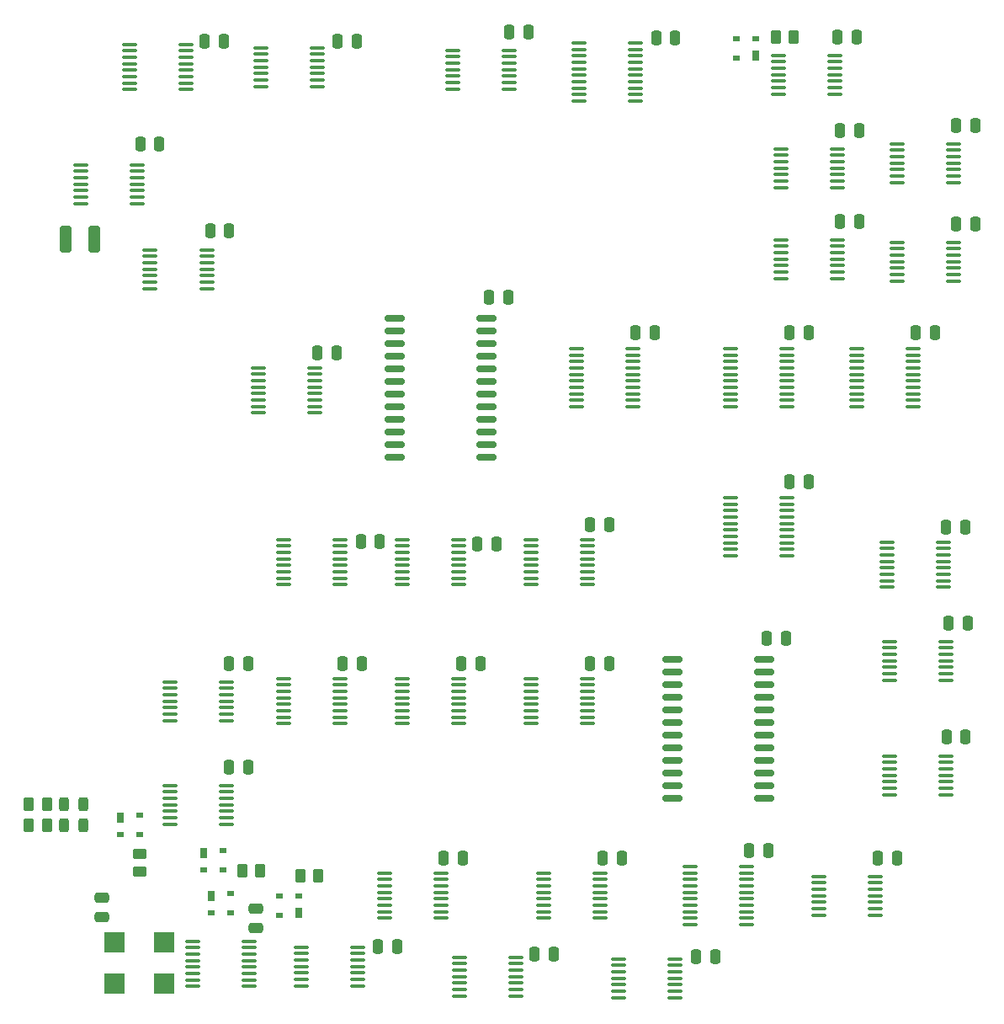
<source format=gbr>
%TF.GenerationSoftware,KiCad,Pcbnew,7.0.8*%
%TF.CreationDate,2023-11-02T18:43:55+01:00*%
%TF.ProjectId,eth,6574682e-6b69-4636-9164-5f7063625858,1*%
%TF.SameCoordinates,PX5f5e100PY7bfa480*%
%TF.FileFunction,Paste,Top*%
%TF.FilePolarity,Positive*%
%FSLAX46Y46*%
G04 Gerber Fmt 4.6, Leading zero omitted, Abs format (unit mm)*
G04 Created by KiCad (PCBNEW 7.0.8) date 2023-11-02 18:43:55*
%MOMM*%
%LPD*%
G01*
G04 APERTURE LIST*
G04 Aperture macros list*
%AMRoundRect*
0 Rectangle with rounded corners*
0 $1 Rounding radius*
0 $2 $3 $4 $5 $6 $7 $8 $9 X,Y pos of 4 corners*
0 Add a 4 corners polygon primitive as box body*
4,1,4,$2,$3,$4,$5,$6,$7,$8,$9,$2,$3,0*
0 Add four circle primitives for the rounded corners*
1,1,$1+$1,$2,$3*
1,1,$1+$1,$4,$5*
1,1,$1+$1,$6,$7*
1,1,$1+$1,$8,$9*
0 Add four rect primitives between the rounded corners*
20,1,$1+$1,$2,$3,$4,$5,0*
20,1,$1+$1,$4,$5,$6,$7,0*
20,1,$1+$1,$6,$7,$8,$9,0*
20,1,$1+$1,$8,$9,$2,$3,0*%
G04 Aperture macros list end*
%ADD10RoundRect,0.100000X-0.637500X-0.100000X0.637500X-0.100000X0.637500X0.100000X-0.637500X0.100000X0*%
%ADD11R,0.700000X1.000000*%
%ADD12R,0.700000X0.600000*%
%ADD13RoundRect,0.250000X-0.250000X-0.475000X0.250000X-0.475000X0.250000X0.475000X-0.250000X0.475000X0*%
%ADD14RoundRect,0.250000X-0.262500X-0.450000X0.262500X-0.450000X0.262500X0.450000X-0.262500X0.450000X0*%
%ADD15RoundRect,0.250000X0.450000X-0.262500X0.450000X0.262500X-0.450000X0.262500X-0.450000X-0.262500X0*%
%ADD16RoundRect,0.250000X0.325000X1.100000X-0.325000X1.100000X-0.325000X-1.100000X0.325000X-1.100000X0*%
%ADD17RoundRect,0.250000X0.475000X-0.250000X0.475000X0.250000X-0.475000X0.250000X-0.475000X-0.250000X0*%
%ADD18RoundRect,0.150000X-0.875000X-0.150000X0.875000X-0.150000X0.875000X0.150000X-0.875000X0.150000X0*%
%ADD19RoundRect,0.250000X0.262500X0.450000X-0.262500X0.450000X-0.262500X-0.450000X0.262500X-0.450000X0*%
%ADD20R,2.000000X2.000000*%
%ADD21RoundRect,0.243750X0.243750X0.456250X-0.243750X0.456250X-0.243750X-0.456250X0.243750X-0.456250X0*%
G04 APERTURE END LIST*
D10*
%TO.C,U12*%
X20073500Y7307000D03*
X20073500Y6657000D03*
X20073500Y6007000D03*
X20073500Y5357000D03*
X20073500Y4707000D03*
X20073500Y4057000D03*
X20073500Y3407000D03*
X20073500Y2757000D03*
X25798500Y2757000D03*
X25798500Y3407000D03*
X25798500Y4057000D03*
X25798500Y4707000D03*
X25798500Y5357000D03*
X25798500Y6007000D03*
X25798500Y6657000D03*
X25798500Y7307000D03*
%TD*%
D11*
%TO.C,D4*%
X21936000Y11878000D03*
D12*
X21936000Y10178000D03*
X23936000Y10178000D03*
X23936000Y12078000D03*
%TD*%
D11*
%TO.C,D3*%
X30794000Y10124000D03*
D12*
X30794000Y11824000D03*
X28794000Y11824000D03*
X28794000Y9924000D03*
%TD*%
D10*
%TO.C,U8*%
X46929000Y5712000D03*
X46929000Y5062000D03*
X46929000Y4412000D03*
X46929000Y3762000D03*
X46929000Y3112000D03*
X46929000Y2462000D03*
X46929000Y1812000D03*
X52654000Y1812000D03*
X52654000Y2462000D03*
X52654000Y3112000D03*
X52654000Y3762000D03*
X52654000Y4412000D03*
X52654000Y5062000D03*
X52654000Y5712000D03*
%TD*%
%TO.C,U3*%
X36720500Y6728000D03*
X36720500Y6078000D03*
X36720500Y5428000D03*
X36720500Y4778000D03*
X36720500Y4128000D03*
X36720500Y3478000D03*
X36720500Y2828000D03*
X30995500Y2828000D03*
X30995500Y3478000D03*
X30995500Y4128000D03*
X30995500Y4778000D03*
X30995500Y5428000D03*
X30995500Y6078000D03*
X30995500Y6728000D03*
%TD*%
%TO.C,U15*%
X29217500Y33723000D03*
X29217500Y33073000D03*
X29217500Y32423000D03*
X29217500Y31773000D03*
X29217500Y31123000D03*
X29217500Y30473000D03*
X29217500Y29823000D03*
X29217500Y29173000D03*
X34942500Y29173000D03*
X34942500Y29823000D03*
X34942500Y30473000D03*
X34942500Y31123000D03*
X34942500Y31773000D03*
X34942500Y32423000D03*
X34942500Y33073000D03*
X34942500Y33723000D03*
%TD*%
%TO.C,U29*%
X26931500Y97152000D03*
X26931500Y96502000D03*
X26931500Y95852000D03*
X26931500Y95202000D03*
X26931500Y94552000D03*
X26931500Y93902000D03*
X26931500Y93252000D03*
X32656500Y93252000D03*
X32656500Y93902000D03*
X32656500Y94552000D03*
X32656500Y95202000D03*
X32656500Y95852000D03*
X32656500Y96502000D03*
X32656500Y97152000D03*
%TD*%
D13*
%TO.C,C26*%
X95900000Y48974000D03*
X97800000Y48974000D03*
%TD*%
D14*
%TO.C,R3*%
X30913500Y13922000D03*
X32738500Y13922000D03*
%TD*%
D15*
%TO.C,R1*%
X14808000Y14279500D03*
X14808000Y16104500D03*
%TD*%
D13*
%TO.C,C8*%
X96916000Y89360000D03*
X98816000Y89360000D03*
%TD*%
%TO.C,C23*%
X47132000Y35258000D03*
X49032000Y35258000D03*
%TD*%
%TO.C,C2*%
X21325600Y97792800D03*
X23225600Y97792800D03*
%TD*%
D10*
%TO.C,U13*%
X29217500Y47693000D03*
X29217500Y47043000D03*
X29217500Y46393000D03*
X29217500Y45743000D03*
X29217500Y45093000D03*
X29217500Y44443000D03*
X29217500Y43793000D03*
X29217500Y43143000D03*
X34942500Y43143000D03*
X34942500Y43793000D03*
X34942500Y44443000D03*
X34942500Y45093000D03*
X34942500Y45743000D03*
X34942500Y46393000D03*
X34942500Y47043000D03*
X34942500Y47693000D03*
%TD*%
D16*
%TO.C,C1*%
X10237800Y77879200D03*
X7287800Y77879200D03*
%TD*%
D10*
%TO.C,U30*%
X13723500Y97477000D03*
X13723500Y96827000D03*
X13723500Y96177000D03*
X13723500Y95527000D03*
X13723500Y94877000D03*
X13723500Y94227000D03*
X13723500Y93577000D03*
X13723500Y92927000D03*
X19448500Y92927000D03*
X19448500Y93577000D03*
X19448500Y94227000D03*
X19448500Y94877000D03*
X19448500Y95527000D03*
X19448500Y96177000D03*
X19448500Y96827000D03*
X19448500Y97477000D03*
%TD*%
D13*
%TO.C,C5*%
X66740800Y98148400D03*
X68640800Y98148400D03*
%TD*%
D10*
%TO.C,U21*%
X58935500Y97619000D03*
X58935500Y96969000D03*
X58935500Y96319000D03*
X58935500Y95669000D03*
X58935500Y95019000D03*
X58935500Y94369000D03*
X58935500Y93719000D03*
X58935500Y93069000D03*
X58935500Y92419000D03*
X58935500Y91769000D03*
X64660500Y91769000D03*
X64660500Y92419000D03*
X64660500Y93069000D03*
X64660500Y93719000D03*
X64660500Y94369000D03*
X64660500Y95019000D03*
X64660500Y95669000D03*
X64660500Y96319000D03*
X64660500Y96969000D03*
X64660500Y97619000D03*
%TD*%
D13*
%TO.C,C17*%
X80152000Y53546000D03*
X82052000Y53546000D03*
%TD*%
%TO.C,C16*%
X92852000Y68532000D03*
X94752000Y68532000D03*
%TD*%
%TO.C,C35*%
X38750000Y6810000D03*
X40650000Y6810000D03*
%TD*%
%TO.C,C18*%
X60086000Y49228000D03*
X61986000Y49228000D03*
%TD*%
D10*
%TO.C,U18*%
X54109500Y47693000D03*
X54109500Y47043000D03*
X54109500Y46393000D03*
X54109500Y45743000D03*
X54109500Y45093000D03*
X54109500Y44443000D03*
X54109500Y43793000D03*
X54109500Y43143000D03*
X59834500Y43143000D03*
X59834500Y43793000D03*
X59834500Y44443000D03*
X59834500Y45093000D03*
X59834500Y45743000D03*
X59834500Y46393000D03*
X59834500Y47043000D03*
X59834500Y47693000D03*
%TD*%
D13*
%TO.C,C7*%
X85232000Y88852000D03*
X87132000Y88852000D03*
%TD*%
D10*
%TO.C,U4*%
X89923500Y47439000D03*
X89923500Y46789000D03*
X89923500Y46139000D03*
X89923500Y45489000D03*
X89923500Y44839000D03*
X89923500Y44189000D03*
X89923500Y43539000D03*
X89923500Y42889000D03*
X95648500Y42889000D03*
X95648500Y43539000D03*
X95648500Y44189000D03*
X95648500Y44839000D03*
X95648500Y45489000D03*
X95648500Y46139000D03*
X95648500Y46789000D03*
X95648500Y47439000D03*
%TD*%
%TO.C,U28*%
X55379500Y14165000D03*
X55379500Y13515000D03*
X55379500Y12865000D03*
X55379500Y12215000D03*
X55379500Y11565000D03*
X55379500Y10915000D03*
X55379500Y10265000D03*
X55379500Y9615000D03*
X61104500Y9615000D03*
X61104500Y10265000D03*
X61104500Y10915000D03*
X61104500Y11565000D03*
X61104500Y12215000D03*
X61104500Y12865000D03*
X61104500Y13515000D03*
X61104500Y14165000D03*
%TD*%
%TO.C,U11*%
X62931000Y5540000D03*
X62931000Y4890000D03*
X62931000Y4240000D03*
X62931000Y3590000D03*
X62931000Y2940000D03*
X62931000Y2290000D03*
X62931000Y1640000D03*
X68656000Y1640000D03*
X68656000Y2290000D03*
X68656000Y2940000D03*
X68656000Y3590000D03*
X68656000Y4240000D03*
X68656000Y4890000D03*
X68656000Y5540000D03*
%TD*%
%TO.C,U37*%
X14554000Y85386000D03*
X14554000Y84736000D03*
X14554000Y84086000D03*
X14554000Y83436000D03*
X14554000Y82786000D03*
X14554000Y82136000D03*
X14554000Y81486000D03*
X8829000Y81486000D03*
X8829000Y82136000D03*
X8829000Y82786000D03*
X8829000Y83436000D03*
X8829000Y84086000D03*
X8829000Y84736000D03*
X8829000Y85386000D03*
%TD*%
D13*
%TO.C,C33*%
X54498000Y6048000D03*
X56398000Y6048000D03*
%TD*%
D10*
%TO.C,U2*%
X17787500Y33398000D03*
X17787500Y32748000D03*
X17787500Y32098000D03*
X17787500Y31448000D03*
X17787500Y30798000D03*
X17787500Y30148000D03*
X17787500Y29498000D03*
X23512500Y29498000D03*
X23512500Y30148000D03*
X23512500Y30798000D03*
X23512500Y31448000D03*
X23512500Y32098000D03*
X23512500Y32748000D03*
X23512500Y33398000D03*
%TD*%
D13*
%TO.C,C22*%
X35194000Y35258000D03*
X37094000Y35258000D03*
%TD*%
%TO.C,C21*%
X23764000Y35258000D03*
X25664000Y35258000D03*
%TD*%
D10*
%TO.C,U26*%
X74175500Y66885000D03*
X74175500Y66235000D03*
X74175500Y65585000D03*
X74175500Y64935000D03*
X74175500Y64285000D03*
X74175500Y63635000D03*
X74175500Y62985000D03*
X74175500Y62335000D03*
X74175500Y61685000D03*
X74175500Y61035000D03*
X79900500Y61035000D03*
X79900500Y61685000D03*
X79900500Y62335000D03*
X79900500Y62985000D03*
X79900500Y63635000D03*
X79900500Y64285000D03*
X79900500Y64935000D03*
X79900500Y65585000D03*
X79900500Y66235000D03*
X79900500Y66885000D03*
%TD*%
%TO.C,U23*%
X74175500Y51899000D03*
X74175500Y51249000D03*
X74175500Y50599000D03*
X74175500Y49949000D03*
X74175500Y49299000D03*
X74175500Y48649000D03*
X74175500Y47999000D03*
X74175500Y47349000D03*
X74175500Y46699000D03*
X74175500Y46049000D03*
X79900500Y46049000D03*
X79900500Y46699000D03*
X79900500Y47349000D03*
X79900500Y47999000D03*
X79900500Y48649000D03*
X79900500Y49299000D03*
X79900500Y49949000D03*
X79900500Y50599000D03*
X79900500Y51249000D03*
X79900500Y51899000D03*
%TD*%
D13*
%TO.C,C30*%
X76088000Y16462000D03*
X77988000Y16462000D03*
%TD*%
%TO.C,C31*%
X70754000Y5794000D03*
X72654000Y5794000D03*
%TD*%
%TO.C,C29*%
X89042000Y15700000D03*
X90942000Y15700000D03*
%TD*%
%TO.C,C4*%
X51958000Y98758000D03*
X53858000Y98758000D03*
%TD*%
D10*
%TO.C,U6*%
X15806300Y76832000D03*
X15806300Y76182000D03*
X15806300Y75532000D03*
X15806300Y74882000D03*
X15806300Y74232000D03*
X15806300Y73582000D03*
X15806300Y72932000D03*
X21531300Y72932000D03*
X21531300Y73582000D03*
X21531300Y74232000D03*
X21531300Y74882000D03*
X21531300Y75532000D03*
X21531300Y76182000D03*
X21531300Y76832000D03*
%TD*%
%TO.C,U33*%
X79255500Y86992000D03*
X79255500Y86342000D03*
X79255500Y85692000D03*
X79255500Y85042000D03*
X79255500Y84392000D03*
X79255500Y83742000D03*
X79255500Y83092000D03*
X84980500Y83092000D03*
X84980500Y83742000D03*
X84980500Y84392000D03*
X84980500Y85042000D03*
X84980500Y85692000D03*
X84980500Y86342000D03*
X84980500Y86992000D03*
%TD*%
D17*
%TO.C,C38*%
X10998000Y9771600D03*
X10998000Y11671600D03*
%TD*%
D10*
%TO.C,U5*%
X90177500Y25930400D03*
X90177500Y25280400D03*
X90177500Y24630400D03*
X90177500Y23980400D03*
X90177500Y23330400D03*
X90177500Y22680400D03*
X90177500Y22030400D03*
X95902500Y22030400D03*
X95902500Y22680400D03*
X95902500Y23330400D03*
X95902500Y23980400D03*
X95902500Y24630400D03*
X95902500Y25280400D03*
X95902500Y25930400D03*
%TD*%
D18*
%TO.C,U22*%
X68324000Y35639000D03*
X68324000Y34369000D03*
X68324000Y33099000D03*
X68324000Y31829000D03*
X68324000Y30559000D03*
X68324000Y29289000D03*
X68324000Y28019000D03*
X68324000Y26749000D03*
X68324000Y25479000D03*
X68324000Y24209000D03*
X68324000Y22939000D03*
X68324000Y21669000D03*
X77624000Y21669000D03*
X77624000Y22939000D03*
X77624000Y24209000D03*
X77624000Y25479000D03*
X77624000Y26749000D03*
X77624000Y28019000D03*
X77624000Y29289000D03*
X77624000Y30559000D03*
X77624000Y31829000D03*
X77624000Y33099000D03*
X77624000Y34369000D03*
X77624000Y35639000D03*
%TD*%
D13*
%TO.C,C24*%
X60086000Y35258000D03*
X61986000Y35258000D03*
%TD*%
D10*
%TO.C,U17*%
X41155500Y33723000D03*
X41155500Y33073000D03*
X41155500Y32423000D03*
X41155500Y31773000D03*
X41155500Y31123000D03*
X41155500Y30473000D03*
X41155500Y29823000D03*
X41155500Y29173000D03*
X46880500Y29173000D03*
X46880500Y29823000D03*
X46880500Y30473000D03*
X46880500Y31123000D03*
X46880500Y31773000D03*
X46880500Y32423000D03*
X46880500Y33073000D03*
X46880500Y33723000D03*
%TD*%
D13*
%TO.C,C36*%
X23764000Y24844000D03*
X25664000Y24844000D03*
%TD*%
%TO.C,C6*%
X84978000Y98250000D03*
X86878000Y98250000D03*
%TD*%
%TO.C,C25*%
X77866000Y37798000D03*
X79766000Y37798000D03*
%TD*%
D10*
%TO.C,U19*%
X54109500Y33723000D03*
X54109500Y33073000D03*
X54109500Y32423000D03*
X54109500Y31773000D03*
X54109500Y31123000D03*
X54109500Y30473000D03*
X54109500Y29823000D03*
X54109500Y29173000D03*
X59834500Y29173000D03*
X59834500Y29823000D03*
X59834500Y30473000D03*
X59834500Y31123000D03*
X59834500Y31773000D03*
X59834500Y32423000D03*
X59834500Y33073000D03*
X59834500Y33723000D03*
%TD*%
D13*
%TO.C,C19*%
X48757600Y47246800D03*
X50657600Y47246800D03*
%TD*%
D17*
%TO.C,C37*%
X26492000Y8654000D03*
X26492000Y10554000D03*
%TD*%
D10*
%TO.C,U1*%
X17787500Y22984000D03*
X17787500Y22334000D03*
X17787500Y21684000D03*
X17787500Y21034000D03*
X17787500Y20384000D03*
X17787500Y19734000D03*
X17787500Y19084000D03*
X23512500Y19084000D03*
X23512500Y19734000D03*
X23512500Y20384000D03*
X23512500Y21034000D03*
X23512500Y21684000D03*
X23512500Y22334000D03*
X23512500Y22984000D03*
%TD*%
D13*
%TO.C,C20*%
X37022800Y47500800D03*
X38922800Y47500800D03*
%TD*%
%TO.C,C11*%
X95950800Y27841200D03*
X97850800Y27841200D03*
%TD*%
D19*
%TO.C,R5*%
X5458900Y21084800D03*
X3633900Y21084800D03*
%TD*%
D11*
%TO.C,D2*%
X21174000Y16196000D03*
D12*
X21174000Y14496000D03*
X23174000Y14496000D03*
X23174000Y16396000D03*
%TD*%
D20*
%TO.C,X1*%
X12206400Y3033600D03*
X17206400Y3033600D03*
X17206400Y7233600D03*
X12206400Y7233600D03*
%TD*%
D11*
%TO.C,D1*%
X12792000Y19752000D03*
D12*
X12792000Y18052000D03*
X14792000Y18052000D03*
X14792000Y19952000D03*
%TD*%
D10*
%TO.C,U16*%
X41155500Y47693000D03*
X41155500Y47043000D03*
X41155500Y46393000D03*
X41155500Y45743000D03*
X41155500Y45093000D03*
X41155500Y44443000D03*
X41155500Y43793000D03*
X41155500Y43143000D03*
X46880500Y43143000D03*
X46880500Y43793000D03*
X46880500Y44443000D03*
X46880500Y45093000D03*
X46880500Y45743000D03*
X46880500Y46393000D03*
X46880500Y47043000D03*
X46880500Y47693000D03*
%TD*%
D14*
%TO.C,R4*%
X3633900Y18951200D03*
X5458900Y18951200D03*
%TD*%
D13*
%TO.C,C27*%
X96154000Y39322000D03*
X98054000Y39322000D03*
%TD*%
%TO.C,C32*%
X61356000Y15700000D03*
X63256000Y15700000D03*
%TD*%
D21*
%TO.C,D6*%
X9067600Y18951200D03*
X7192600Y18951200D03*
%TD*%
D13*
%TO.C,C10*%
X85232000Y79708000D03*
X87132000Y79708000D03*
%TD*%
D10*
%TO.C,U32*%
X46235500Y96898000D03*
X46235500Y96248000D03*
X46235500Y95598000D03*
X46235500Y94948000D03*
X46235500Y94298000D03*
X46235500Y93648000D03*
X46235500Y92998000D03*
X51960500Y92998000D03*
X51960500Y93648000D03*
X51960500Y94298000D03*
X51960500Y94948000D03*
X51960500Y95598000D03*
X51960500Y96248000D03*
X51960500Y96898000D03*
%TD*%
%TO.C,U9*%
X83065500Y13840000D03*
X83065500Y13190000D03*
X83065500Y12540000D03*
X83065500Y11890000D03*
X83065500Y11240000D03*
X83065500Y10590000D03*
X83065500Y9940000D03*
X88790500Y9940000D03*
X88790500Y10590000D03*
X88790500Y11240000D03*
X88790500Y11890000D03*
X88790500Y12540000D03*
X88790500Y13190000D03*
X88790500Y13840000D03*
%TD*%
%TO.C,U27*%
X86875500Y66885000D03*
X86875500Y66235000D03*
X86875500Y65585000D03*
X86875500Y64935000D03*
X86875500Y64285000D03*
X86875500Y63635000D03*
X86875500Y62985000D03*
X86875500Y62335000D03*
X86875500Y61685000D03*
X86875500Y61035000D03*
X92600500Y61035000D03*
X92600500Y61685000D03*
X92600500Y62335000D03*
X92600500Y62985000D03*
X92600500Y63635000D03*
X92600500Y64285000D03*
X92600500Y64935000D03*
X92600500Y65585000D03*
X92600500Y66235000D03*
X92600500Y66885000D03*
%TD*%
D14*
%TO.C,R2*%
X25071500Y14430000D03*
X26896500Y14430000D03*
%TD*%
D10*
%TO.C,U35*%
X79255500Y77848000D03*
X79255500Y77198000D03*
X79255500Y76548000D03*
X79255500Y75898000D03*
X79255500Y75248000D03*
X79255500Y74598000D03*
X79255500Y73948000D03*
X84980500Y73948000D03*
X84980500Y74598000D03*
X84980500Y75248000D03*
X84980500Y75898000D03*
X84980500Y76548000D03*
X84980500Y77198000D03*
X84980500Y77848000D03*
%TD*%
%TO.C,U31*%
X26677500Y64965000D03*
X26677500Y64315000D03*
X26677500Y63665000D03*
X26677500Y63015000D03*
X26677500Y62365000D03*
X26677500Y61715000D03*
X26677500Y61065000D03*
X26677500Y60415000D03*
X32402500Y60415000D03*
X32402500Y61065000D03*
X32402500Y61715000D03*
X32402500Y62365000D03*
X32402500Y63015000D03*
X32402500Y63665000D03*
X32402500Y64315000D03*
X32402500Y64965000D03*
%TD*%
%TO.C,U34*%
X79001500Y96390000D03*
X79001500Y95740000D03*
X79001500Y95090000D03*
X79001500Y94440000D03*
X79001500Y93790000D03*
X79001500Y93140000D03*
X79001500Y92490000D03*
X84726500Y92490000D03*
X84726500Y93140000D03*
X84726500Y93790000D03*
X84726500Y94440000D03*
X84726500Y95090000D03*
X84726500Y95740000D03*
X84726500Y96390000D03*
%TD*%
%TO.C,U36*%
X90939500Y87500000D03*
X90939500Y86850000D03*
X90939500Y86200000D03*
X90939500Y85550000D03*
X90939500Y84900000D03*
X90939500Y84250000D03*
X90939500Y83600000D03*
X96664500Y83600000D03*
X96664500Y84250000D03*
X96664500Y84900000D03*
X96664500Y85550000D03*
X96664500Y86200000D03*
X96664500Y86850000D03*
X96664500Y87500000D03*
%TD*%
D21*
%TO.C,D5*%
X9067600Y21084800D03*
X7192600Y21084800D03*
%TD*%
D13*
%TO.C,C9*%
X96916000Y79454000D03*
X98816000Y79454000D03*
%TD*%
%TO.C,C15*%
X80152000Y68532000D03*
X82052000Y68532000D03*
%TD*%
D10*
%TO.C,U24*%
X70111500Y14815000D03*
X70111500Y14165000D03*
X70111500Y13515000D03*
X70111500Y12865000D03*
X70111500Y12215000D03*
X70111500Y11565000D03*
X70111500Y10915000D03*
X70111500Y10265000D03*
X70111500Y9615000D03*
X70111500Y8965000D03*
X75836500Y8965000D03*
X75836500Y9615000D03*
X75836500Y10265000D03*
X75836500Y10915000D03*
X75836500Y11565000D03*
X75836500Y12215000D03*
X75836500Y12865000D03*
X75836500Y13515000D03*
X75836500Y14165000D03*
X75836500Y14815000D03*
%TD*%
D11*
%TO.C,D7*%
X76768000Y96331600D03*
D12*
X76768000Y98031600D03*
X74768000Y98031600D03*
X74768000Y96131600D03*
%TD*%
D10*
%TO.C,U10*%
X90939500Y77594000D03*
X90939500Y76944000D03*
X90939500Y76294000D03*
X90939500Y75644000D03*
X90939500Y74994000D03*
X90939500Y74344000D03*
X90939500Y73694000D03*
X96664500Y73694000D03*
X96664500Y74344000D03*
X96664500Y74994000D03*
X96664500Y75644000D03*
X96664500Y76294000D03*
X96664500Y76944000D03*
X96664500Y77594000D03*
%TD*%
D13*
%TO.C,C12*%
X49926000Y72088000D03*
X51826000Y72088000D03*
%TD*%
D10*
%TO.C,U14*%
X39377500Y14165000D03*
X39377500Y13515000D03*
X39377500Y12865000D03*
X39377500Y12215000D03*
X39377500Y11565000D03*
X39377500Y10915000D03*
X39377500Y10265000D03*
X39377500Y9615000D03*
X45102500Y9615000D03*
X45102500Y10265000D03*
X45102500Y10915000D03*
X45102500Y11565000D03*
X45102500Y12215000D03*
X45102500Y12865000D03*
X45102500Y13515000D03*
X45102500Y14165000D03*
%TD*%
%TO.C,U25*%
X58681500Y66885000D03*
X58681500Y66235000D03*
X58681500Y65585000D03*
X58681500Y64935000D03*
X58681500Y64285000D03*
X58681500Y63635000D03*
X58681500Y62985000D03*
X58681500Y62335000D03*
X58681500Y61685000D03*
X58681500Y61035000D03*
X64406500Y61035000D03*
X64406500Y61685000D03*
X64406500Y62335000D03*
X64406500Y62985000D03*
X64406500Y63635000D03*
X64406500Y64285000D03*
X64406500Y64935000D03*
X64406500Y65585000D03*
X64406500Y66235000D03*
X64406500Y66885000D03*
%TD*%
D18*
%TO.C,U20*%
X40384000Y69929000D03*
X40384000Y68659000D03*
X40384000Y67389000D03*
X40384000Y66119000D03*
X40384000Y64849000D03*
X40384000Y63579000D03*
X40384000Y62309000D03*
X40384000Y61039000D03*
X40384000Y59769000D03*
X40384000Y58499000D03*
X40384000Y57229000D03*
X40384000Y55959000D03*
X49684000Y55959000D03*
X49684000Y57229000D03*
X49684000Y58499000D03*
X49684000Y59769000D03*
X49684000Y61039000D03*
X49684000Y62309000D03*
X49684000Y63579000D03*
X49684000Y64849000D03*
X49684000Y66119000D03*
X49684000Y67389000D03*
X49684000Y68659000D03*
X49684000Y69929000D03*
%TD*%
D19*
%TO.C,R6*%
X80592100Y98199200D03*
X78767100Y98199200D03*
%TD*%
D13*
%TO.C,C28*%
X21851300Y78722000D03*
X23751300Y78722000D03*
%TD*%
%TO.C,C3*%
X34686000Y97792800D03*
X36586000Y97792800D03*
%TD*%
%TO.C,C39*%
X14823200Y87480400D03*
X16723200Y87480400D03*
%TD*%
%TO.C,C34*%
X45354000Y15700000D03*
X47254000Y15700000D03*
%TD*%
%TO.C,C13*%
X32654000Y66500000D03*
X34554000Y66500000D03*
%TD*%
D10*
%TO.C,U7*%
X90177500Y37462000D03*
X90177500Y36812000D03*
X90177500Y36162000D03*
X90177500Y35512000D03*
X90177500Y34862000D03*
X90177500Y34212000D03*
X90177500Y33562000D03*
X95902500Y33562000D03*
X95902500Y34212000D03*
X95902500Y34862000D03*
X95902500Y35512000D03*
X95902500Y36162000D03*
X95902500Y36812000D03*
X95902500Y37462000D03*
%TD*%
D13*
%TO.C,C14*%
X64658000Y68532000D03*
X66558000Y68532000D03*
%TD*%
M02*

</source>
